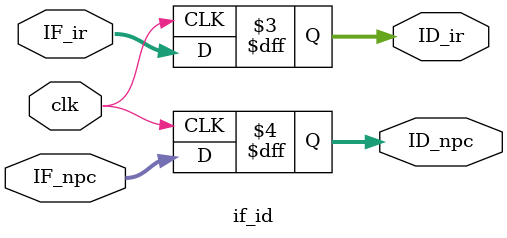
<source format=v>
`ifndef _if_id_v_
`define _if_id_v_
`endif

module if_id(clk, IF_ir, IF_npc, ID_ir, ID_npc);
  input wire [31:0] IF_ir, IF_npc;
  output reg [31:0] ID_ir, ID_npc;
  input clk;

  always @(posedge clk) begin
    ID_ir <= IF_ir;
    ID_npc <= IF_npc;
  
  end
  
  //initialilze data for test
  initial begin
    ID_ir <= 0;
    ID_npc <= 0;
  end
  
endmodule
</source>
